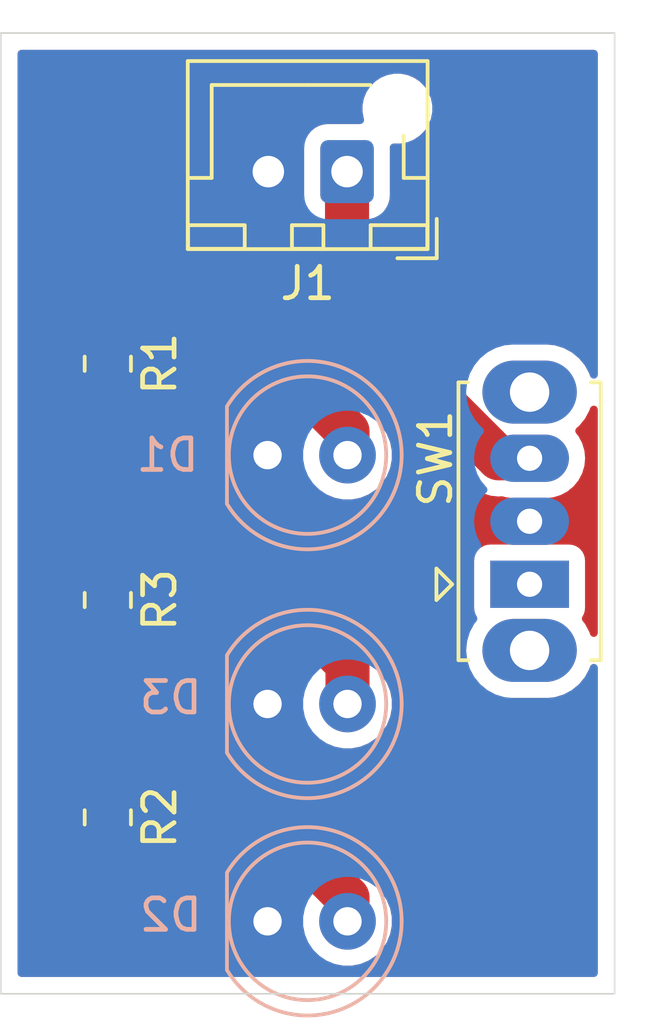
<source format=kicad_pcb>
(kicad_pcb (version 20171130) (host pcbnew "(5.1.9)-1")

  (general
    (thickness 1.6)
    (drawings 4)
    (tracks 12)
    (zones 0)
    (modules 8)
    (nets 8)
  )

  (page A4)
  (layers
    (0 F.Cu signal)
    (31 B.Cu signal)
    (32 B.Adhes user)
    (33 F.Adhes user)
    (34 B.Paste user)
    (35 F.Paste user)
    (36 B.SilkS user)
    (37 F.SilkS user)
    (38 B.Mask user)
    (39 F.Mask user)
    (40 Dwgs.User user)
    (41 Cmts.User user)
    (42 Eco1.User user)
    (43 Eco2.User user)
    (44 Edge.Cuts user)
    (45 Margin user)
    (46 B.CrtYd user)
    (47 F.CrtYd user)
    (48 B.Fab user)
    (49 F.Fab user)
  )

  (setup
    (last_trace_width 1.4)
    (user_trace_width 0.2)
    (user_trace_width 0.3)
    (user_trace_width 0.4)
    (user_trace_width 0.6)
    (user_trace_width 0.8)
    (user_trace_width 1)
    (user_trace_width 1.2)
    (user_trace_width 1.4)
    (user_trace_width 1.6)
    (trace_clearance 0.127)
    (zone_clearance 0.508)
    (zone_45_only no)
    (trace_min 0.2)
    (via_size 0.4)
    (via_drill 0.2)
    (via_min_size 0.4)
    (via_min_drill 0.2)
    (user_via 0.4 0.2)
    (user_via 0.6 0.3)
    (user_via 0.8 0.4)
    (uvia_size 0.3)
    (uvia_drill 0.1)
    (uvias_allowed no)
    (uvia_min_size 0.2)
    (uvia_min_drill 0.1)
    (edge_width 0.05)
    (segment_width 0.2)
    (pcb_text_width 0.3)
    (pcb_text_size 1.5 1.5)
    (mod_edge_width 0.12)
    (mod_text_size 1 1)
    (mod_text_width 0.15)
    (pad_size 1.524 1.524)
    (pad_drill 0.762)
    (pad_to_mask_clearance 0)
    (aux_axis_origin 0 0)
    (visible_elements FFFFFF7F)
    (pcbplotparams
      (layerselection 0x010fc_ffffffff)
      (usegerberextensions false)
      (usegerberattributes true)
      (usegerberadvancedattributes true)
      (creategerberjobfile true)
      (excludeedgelayer true)
      (linewidth 0.100000)
      (plotframeref false)
      (viasonmask false)
      (mode 1)
      (useauxorigin false)
      (hpglpennumber 1)
      (hpglpenspeed 20)
      (hpglpendiameter 15.000000)
      (psnegative false)
      (psa4output false)
      (plotreference true)
      (plotvalue true)
      (plotinvisibletext false)
      (padsonsilk false)
      (subtractmaskfromsilk false)
      (outputformat 1)
      (mirror false)
      (drillshape 0)
      (scaleselection 1)
      (outputdirectory "Gerber/"))
  )

  (net 0 "")
  (net 1 "Net-(D1-Pad2)")
  (net 2 "Net-(D1-Pad1)")
  (net 3 "Net-(D2-Pad2)")
  (net 4 "Net-(D3-Pad2)")
  (net 5 "Net-(R1-Pad1)")
  (net 6 "Net-(SW1-Pad1)")
  (net 7 "Net-(J1-Pad1)")

  (net_class Default "This is the default net class."
    (clearance 0.127)
    (trace_width 0.25)
    (via_dia 0.4)
    (via_drill 0.2)
    (uvia_dia 0.3)
    (uvia_drill 0.1)
    (add_net "Net-(D1-Pad1)")
    (add_net "Net-(D1-Pad2)")
    (add_net "Net-(D2-Pad2)")
    (add_net "Net-(D3-Pad2)")
    (add_net "Net-(J1-Pad1)")
    (add_net "Net-(R1-Pad1)")
    (add_net "Net-(SW1-Pad1)")
  )

  (module 1_resouce:SW_Slide_1P2T_CK_OS102011MS2Q (layer F.Cu) (tedit 621CF7AD) (tstamp 621D0A78)
    (at 186.8 97.5 90)
    (descr "CuK miniature slide switch, OS series, SPDT, https://www.ckswitches.com/media/1428/os.pdf")
    (tags "switch SPDT")
    (path /621D008E)
    (fp_text reference SW1 (at 3.99 -2.99 90) (layer F.SilkS)
      (effects (font (size 1 1) (thickness 0.15)))
    )
    (fp_text value SW_SPDT (at 2 3 90) (layer F.Fab)
      (effects (font (size 1 1) (thickness 0.15)))
    )
    (fp_text user %R (at 3.99 -2.99 90) (layer F.Fab)
      (effects (font (size 1 1) (thickness 0.15)))
    )
    (fp_line (start 0.5 -2.96) (end -0.5 -2.96) (layer F.SilkS) (width 0.12))
    (fp_line (start 0 -2.46) (end 0.5 -2.96) (layer F.SilkS) (width 0.12))
    (fp_line (start -0.5 -2.96) (end 0 -2.46) (layer F.SilkS) (width 0.12))
    (fp_line (start 0 -1.65) (end 0.5 -2.15) (layer F.Fab) (width 0.1))
    (fp_line (start -0.5 -2.15) (end 0 -1.65) (layer F.Fab) (width 0.1))
    (fp_line (start -3.45 2.4) (end -3.45 -2.4) (layer B.CrtYd) (width 0.05))
    (fp_line (start 7.45 2.4) (end -3.45 2.4) (layer B.CrtYd) (width 0.05))
    (fp_line (start 7.45 -2.4) (end 7.45 2.4) (layer B.CrtYd) (width 0.05))
    (fp_line (start -3.45 -2.4) (end 7.45 -2.4) (layer B.CrtYd) (width 0.05))
    (fp_line (start 6.41 2.26) (end 6.41 1.95) (layer F.SilkS) (width 0.12))
    (fp_line (start -2.41 2.26) (end -2.41 1.95) (layer F.SilkS) (width 0.12))
    (fp_line (start -2.41 -1.95) (end -2.41 -2.26) (layer F.SilkS) (width 0.12))
    (fp_line (start 6.41 2.26) (end -2.41 2.26) (layer F.SilkS) (width 0.12))
    (fp_line (start 6.41 -2.26) (end 6.41 -1.95) (layer F.SilkS) (width 0.12))
    (fp_line (start -2.41 -2.26) (end 6.41 -2.26) (layer F.SilkS) (width 0.12))
    (fp_line (start -2.3 -2.15) (end -0.5 -2.15) (layer F.Fab) (width 0.1))
    (fp_line (start 2 -1) (end 2 1) (layer F.Fab) (width 0.1))
    (fp_line (start 1.34 -1) (end 1.34 1) (layer F.Fab) (width 0.1))
    (fp_line (start 0.66 -1) (end 0.66 1) (layer F.Fab) (width 0.1))
    (fp_line (start 0 -1) (end 0 1) (layer F.Fab) (width 0.1))
    (fp_line (start 0 1) (end 4 1) (layer F.Fab) (width 0.1))
    (fp_line (start 4 -1) (end 4 1) (layer F.Fab) (width 0.1))
    (fp_line (start 0 -1) (end 4 -1) (layer F.Fab) (width 0.1))
    (fp_line (start -2.3 2.15) (end -2.3 -2.15) (layer F.Fab) (width 0.1))
    (fp_line (start 6.3 2.15) (end -2.3 2.15) (layer F.Fab) (width 0.1))
    (fp_line (start 6.3 -2.15) (end 6.3 2.15) (layer F.Fab) (width 0.1))
    (fp_line (start 0.5 -2.15) (end 6.3 -2.15) (layer F.Fab) (width 0.1))
    (pad "" thru_hole oval (at 6.1 0 90) (size 2 3) (drill 1.25) (layers *.Cu *.Mask))
    (pad "" thru_hole oval (at -2.1 0 90) (size 2 3) (drill 1.25) (layers *.Cu *.Mask))
    (pad 3 thru_hole oval (at 4 0 90) (size 1.5 2.5) (drill 0.8) (layers *.Cu *.Mask)
      (net 7 "Net-(J1-Pad1)"))
    (pad 2 thru_hole oval (at 2 0 90) (size 1.5 2.5) (drill 0.8) (layers *.Cu *.Mask)
      (net 5 "Net-(R1-Pad1)"))
    (pad 1 thru_hole rect (at 0 0 90) (size 1.5 2.5) (drill 0.8) (layers *.Cu *.Mask)
      (net 6 "Net-(SW1-Pad1)"))
    (model ${KISYS3DMOD}/Button_Switch_THT.3dshapes/SW_Slide_1P2T_CK_OS102011MS2Q.wrl
      (at (xyz 0 0 0))
      (scale (xyz 1 1 1))
      (rotate (xyz 0 0 0))
    )
  )

  (module Resistor_SMD:R_0805_2012Metric (layer F.Cu) (tedit 5F68FEEE) (tstamp 621D0A53)
    (at 173.4 98 270)
    (descr "Resistor SMD 0805 (2012 Metric), square (rectangular) end terminal, IPC_7351 nominal, (Body size source: IPC-SM-782 page 72, https://www.pcb-3d.com/wordpress/wp-content/uploads/ipc-sm-782a_amendment_1_and_2.pdf), generated with kicad-footprint-generator")
    (tags resistor)
    (path /621D262F)
    (attr smd)
    (fp_text reference R3 (at 0 -1.65 90) (layer F.SilkS)
      (effects (font (size 1 1) (thickness 0.15)))
    )
    (fp_text value R (at 0 1.65 90) (layer F.Fab)
      (effects (font (size 1 1) (thickness 0.15)))
    )
    (fp_text user %R (at 0 0 90) (layer F.Fab)
      (effects (font (size 0.5 0.5) (thickness 0.08)))
    )
    (fp_line (start -1 0.625) (end -1 -0.625) (layer F.Fab) (width 0.1))
    (fp_line (start -1 -0.625) (end 1 -0.625) (layer F.Fab) (width 0.1))
    (fp_line (start 1 -0.625) (end 1 0.625) (layer F.Fab) (width 0.1))
    (fp_line (start 1 0.625) (end -1 0.625) (layer F.Fab) (width 0.1))
    (fp_line (start -0.227064 -0.735) (end 0.227064 -0.735) (layer F.SilkS) (width 0.12))
    (fp_line (start -0.227064 0.735) (end 0.227064 0.735) (layer F.SilkS) (width 0.12))
    (fp_line (start -1.68 0.95) (end -1.68 -0.95) (layer F.CrtYd) (width 0.05))
    (fp_line (start -1.68 -0.95) (end 1.68 -0.95) (layer F.CrtYd) (width 0.05))
    (fp_line (start 1.68 -0.95) (end 1.68 0.95) (layer F.CrtYd) (width 0.05))
    (fp_line (start 1.68 0.95) (end -1.68 0.95) (layer F.CrtYd) (width 0.05))
    (pad 2 smd roundrect (at 0.9125 0 270) (size 1.025 1.4) (layers F.Cu F.Paste F.Mask) (roundrect_rratio 0.2439014634146341)
      (net 4 "Net-(D3-Pad2)"))
    (pad 1 smd roundrect (at -0.9125 0 270) (size 1.025 1.4) (layers F.Cu F.Paste F.Mask) (roundrect_rratio 0.2439014634146341)
      (net 5 "Net-(R1-Pad1)"))
    (model ${KISYS3DMOD}/Resistor_SMD.3dshapes/R_0805_2012Metric.wrl
      (at (xyz 0 0 0))
      (scale (xyz 1 1 1))
      (rotate (xyz 0 0 0))
    )
  )

  (module Resistor_SMD:R_0805_2012Metric (layer F.Cu) (tedit 5F68FEEE) (tstamp 621D0A42)
    (at 173.4 104.9 270)
    (descr "Resistor SMD 0805 (2012 Metric), square (rectangular) end terminal, IPC_7351 nominal, (Body size source: IPC-SM-782 page 72, https://www.pcb-3d.com/wordpress/wp-content/uploads/ipc-sm-782a_amendment_1_and_2.pdf), generated with kicad-footprint-generator")
    (tags resistor)
    (path /621D2340)
    (attr smd)
    (fp_text reference R2 (at 0 -1.65 90) (layer F.SilkS)
      (effects (font (size 1 1) (thickness 0.15)))
    )
    (fp_text value R (at 0 1.65 90) (layer F.Fab)
      (effects (font (size 1 1) (thickness 0.15)))
    )
    (fp_text user %R (at 0 0 90) (layer F.Fab)
      (effects (font (size 0.5 0.5) (thickness 0.08)))
    )
    (fp_line (start -1 0.625) (end -1 -0.625) (layer F.Fab) (width 0.1))
    (fp_line (start -1 -0.625) (end 1 -0.625) (layer F.Fab) (width 0.1))
    (fp_line (start 1 -0.625) (end 1 0.625) (layer F.Fab) (width 0.1))
    (fp_line (start 1 0.625) (end -1 0.625) (layer F.Fab) (width 0.1))
    (fp_line (start -0.227064 -0.735) (end 0.227064 -0.735) (layer F.SilkS) (width 0.12))
    (fp_line (start -0.227064 0.735) (end 0.227064 0.735) (layer F.SilkS) (width 0.12))
    (fp_line (start -1.68 0.95) (end -1.68 -0.95) (layer F.CrtYd) (width 0.05))
    (fp_line (start -1.68 -0.95) (end 1.68 -0.95) (layer F.CrtYd) (width 0.05))
    (fp_line (start 1.68 -0.95) (end 1.68 0.95) (layer F.CrtYd) (width 0.05))
    (fp_line (start 1.68 0.95) (end -1.68 0.95) (layer F.CrtYd) (width 0.05))
    (pad 2 smd roundrect (at 0.9125 0 270) (size 1.025 1.4) (layers F.Cu F.Paste F.Mask) (roundrect_rratio 0.2439014634146341)
      (net 3 "Net-(D2-Pad2)"))
    (pad 1 smd roundrect (at -0.9125 0 270) (size 1.025 1.4) (layers F.Cu F.Paste F.Mask) (roundrect_rratio 0.2439014634146341)
      (net 5 "Net-(R1-Pad1)"))
    (model ${KISYS3DMOD}/Resistor_SMD.3dshapes/R_0805_2012Metric.wrl
      (at (xyz 0 0 0))
      (scale (xyz 1 1 1))
      (rotate (xyz 0 0 0))
    )
  )

  (module Resistor_SMD:R_0805_2012Metric (layer F.Cu) (tedit 5F68FEEE) (tstamp 621D0A31)
    (at 173.4 90.5 270)
    (descr "Resistor SMD 0805 (2012 Metric), square (rectangular) end terminal, IPC_7351 nominal, (Body size source: IPC-SM-782 page 72, https://www.pcb-3d.com/wordpress/wp-content/uploads/ipc-sm-782a_amendment_1_and_2.pdf), generated with kicad-footprint-generator")
    (tags resistor)
    (path /621D18AD)
    (attr smd)
    (fp_text reference R1 (at 0 -1.65 90) (layer F.SilkS)
      (effects (font (size 1 1) (thickness 0.15)))
    )
    (fp_text value R (at 0 1.65 90) (layer F.Fab)
      (effects (font (size 1 1) (thickness 0.15)))
    )
    (fp_text user %R (at 0 0 90) (layer F.Fab)
      (effects (font (size 0.5 0.5) (thickness 0.08)))
    )
    (fp_line (start -1 0.625) (end -1 -0.625) (layer F.Fab) (width 0.1))
    (fp_line (start -1 -0.625) (end 1 -0.625) (layer F.Fab) (width 0.1))
    (fp_line (start 1 -0.625) (end 1 0.625) (layer F.Fab) (width 0.1))
    (fp_line (start 1 0.625) (end -1 0.625) (layer F.Fab) (width 0.1))
    (fp_line (start -0.227064 -0.735) (end 0.227064 -0.735) (layer F.SilkS) (width 0.12))
    (fp_line (start -0.227064 0.735) (end 0.227064 0.735) (layer F.SilkS) (width 0.12))
    (fp_line (start -1.68 0.95) (end -1.68 -0.95) (layer F.CrtYd) (width 0.05))
    (fp_line (start -1.68 -0.95) (end 1.68 -0.95) (layer F.CrtYd) (width 0.05))
    (fp_line (start 1.68 -0.95) (end 1.68 0.95) (layer F.CrtYd) (width 0.05))
    (fp_line (start 1.68 0.95) (end -1.68 0.95) (layer F.CrtYd) (width 0.05))
    (pad 2 smd roundrect (at 0.9125 0 270) (size 1.025 1.4) (layers F.Cu F.Paste F.Mask) (roundrect_rratio 0.2439014634146341)
      (net 1 "Net-(D1-Pad2)"))
    (pad 1 smd roundrect (at -0.9125 0 270) (size 1.025 1.4) (layers F.Cu F.Paste F.Mask) (roundrect_rratio 0.2439014634146341)
      (net 5 "Net-(R1-Pad1)"))
    (model ${KISYS3DMOD}/Resistor_SMD.3dshapes/R_0805_2012Metric.wrl
      (at (xyz 0 0 0))
      (scale (xyz 1 1 1))
      (rotate (xyz 0 0 0))
    )
  )

  (module Connector_JST:JST_XH_B2B-XH-AM_1x02_P2.50mm_Vertical (layer F.Cu) (tedit 5C28146E) (tstamp 621D6594)
    (at 181 84.4 180)
    (descr "JST XH series connector, B2B-XH-AM, with boss (http://www.jst-mfg.com/product/pdf/eng/eXH.pdf), generated with kicad-footprint-generator")
    (tags "connector JST XH vertical boss")
    (path /621CF169)
    (fp_text reference J1 (at 1.25 -3.55) (layer F.SilkS)
      (effects (font (size 1 1) (thickness 0.15)))
    )
    (fp_text value Conn_01x02 (at 1.25 4.6) (layer F.Fab)
      (effects (font (size 1 1) (thickness 0.15)))
    )
    (fp_text user %R (at 1.25 2.7) (layer F.Fab)
      (effects (font (size 1 1) (thickness 0.15)))
    )
    (fp_line (start -2.45 -2.35) (end -2.45 3.4) (layer F.Fab) (width 0.1))
    (fp_line (start -2.45 3.4) (end 4.95 3.4) (layer F.Fab) (width 0.1))
    (fp_line (start 4.95 3.4) (end 4.95 -2.35) (layer F.Fab) (width 0.1))
    (fp_line (start 4.95 -2.35) (end -2.45 -2.35) (layer F.Fab) (width 0.1))
    (fp_line (start -2.56 -2.46) (end -2.56 3.51) (layer F.SilkS) (width 0.12))
    (fp_line (start -2.56 3.51) (end 5.06 3.51) (layer F.SilkS) (width 0.12))
    (fp_line (start 5.06 3.51) (end 5.06 -2.46) (layer F.SilkS) (width 0.12))
    (fp_line (start 5.06 -2.46) (end -2.56 -2.46) (layer F.SilkS) (width 0.12))
    (fp_line (start -2.95 -2.85) (end -2.95 3.9) (layer F.CrtYd) (width 0.05))
    (fp_line (start -2.95 3.9) (end 5.45 3.9) (layer F.CrtYd) (width 0.05))
    (fp_line (start 5.45 3.9) (end 5.45 -2.85) (layer F.CrtYd) (width 0.05))
    (fp_line (start 5.45 -2.85) (end -2.95 -2.85) (layer F.CrtYd) (width 0.05))
    (fp_line (start -0.625 -2.35) (end 0 -1.35) (layer F.Fab) (width 0.1))
    (fp_line (start 0 -1.35) (end 0.625 -2.35) (layer F.Fab) (width 0.1))
    (fp_line (start 0.75 -2.45) (end 0.75 -1.7) (layer F.SilkS) (width 0.12))
    (fp_line (start 0.75 -1.7) (end 1.75 -1.7) (layer F.SilkS) (width 0.12))
    (fp_line (start 1.75 -1.7) (end 1.75 -2.45) (layer F.SilkS) (width 0.12))
    (fp_line (start 1.75 -2.45) (end 0.75 -2.45) (layer F.SilkS) (width 0.12))
    (fp_line (start -2.55 -2.45) (end -2.55 -1.7) (layer F.SilkS) (width 0.12))
    (fp_line (start -2.55 -1.7) (end -0.75 -1.7) (layer F.SilkS) (width 0.12))
    (fp_line (start -0.75 -1.7) (end -0.75 -2.45) (layer F.SilkS) (width 0.12))
    (fp_line (start -0.75 -2.45) (end -2.55 -2.45) (layer F.SilkS) (width 0.12))
    (fp_line (start 3.25 -2.45) (end 3.25 -1.7) (layer F.SilkS) (width 0.12))
    (fp_line (start 3.25 -1.7) (end 5.05 -1.7) (layer F.SilkS) (width 0.12))
    (fp_line (start 5.05 -1.7) (end 5.05 -2.45) (layer F.SilkS) (width 0.12))
    (fp_line (start 5.05 -2.45) (end 3.25 -2.45) (layer F.SilkS) (width 0.12))
    (fp_line (start -2.55 -0.2) (end -1.8 -0.2) (layer F.SilkS) (width 0.12))
    (fp_line (start -1.8 -0.2) (end -1.8 1.14) (layer F.SilkS) (width 0.12))
    (fp_line (start 1.25 2.75) (end -0.74 2.75) (layer F.SilkS) (width 0.12))
    (fp_line (start 5.05 -0.2) (end 4.3 -0.2) (layer F.SilkS) (width 0.12))
    (fp_line (start 4.3 -0.2) (end 4.3 2.75) (layer F.SilkS) (width 0.12))
    (fp_line (start 4.3 2.75) (end 1.25 2.75) (layer F.SilkS) (width 0.12))
    (fp_line (start -1.6 -2.75) (end -2.85 -2.75) (layer F.SilkS) (width 0.12))
    (fp_line (start -2.85 -2.75) (end -2.85 -1.5) (layer F.SilkS) (width 0.12))
    (pad "" np_thru_hole circle (at -1.6 2 180) (size 1.2 1.2) (drill 1.2) (layers *.Cu *.Mask))
    (pad 2 thru_hole oval (at 2.5 0 180) (size 1.7 2) (drill 1) (layers *.Cu *.Mask)
      (net 2 "Net-(D1-Pad1)"))
    (pad 1 thru_hole roundrect (at 0 0 180) (size 1.7 2) (drill 1) (layers *.Cu *.Mask) (roundrect_rratio 0.1470588235294118)
      (net 7 "Net-(J1-Pad1)"))
    (model ${KISYS3DMOD}/Connector_JST.3dshapes/JST_XH_B2B-XH-AM_1x02_P2.50mm_Vertical.wrl
      (at (xyz 0 0 0))
      (scale (xyz 1 1 1))
      (rotate (xyz 0 0 0))
    )
  )

  (module LED_THT:LED_D5.0mm (layer B.Cu) (tedit 5995936A) (tstamp 621D6C86)
    (at 178.475 101.3)
    (descr "LED, diameter 5.0mm, 2 pins, http://cdn-reichelt.de/documents/datenblatt/A500/LL-504BC2E-009.pdf")
    (tags "LED diameter 5.0mm 2 pins")
    (path /621D1171)
    (fp_text reference D3 (at -3.075 -0.2) (layer B.SilkS)
      (effects (font (size 1 1) (thickness 0.15)) (justify mirror))
    )
    (fp_text value RED (at 1.27 -3.96) (layer B.Fab)
      (effects (font (size 1 1) (thickness 0.15)) (justify mirror))
    )
    (fp_text user %R (at 1.25 0) (layer B.Fab)
      (effects (font (size 0.8 0.8) (thickness 0.2)) (justify mirror))
    )
    (fp_arc (start 1.27 0) (end -1.29 -1.54483) (angle 148.9) (layer B.SilkS) (width 0.12))
    (fp_arc (start 1.27 0) (end -1.29 1.54483) (angle -148.9) (layer B.SilkS) (width 0.12))
    (fp_arc (start 1.27 0) (end -1.23 1.469694) (angle -299.1) (layer B.Fab) (width 0.1))
    (fp_circle (center 1.27 0) (end 3.77 0) (layer B.Fab) (width 0.1))
    (fp_circle (center 1.27 0) (end 3.77 0) (layer B.SilkS) (width 0.12))
    (fp_line (start -1.23 1.469694) (end -1.23 -1.469694) (layer B.Fab) (width 0.1))
    (fp_line (start -1.29 1.545) (end -1.29 -1.545) (layer B.SilkS) (width 0.12))
    (fp_line (start -1.95 3.25) (end -1.95 -3.25) (layer B.CrtYd) (width 0.05))
    (fp_line (start -1.95 -3.25) (end 4.5 -3.25) (layer B.CrtYd) (width 0.05))
    (fp_line (start 4.5 -3.25) (end 4.5 3.25) (layer B.CrtYd) (width 0.05))
    (fp_line (start 4.5 3.25) (end -1.95 3.25) (layer B.CrtYd) (width 0.05))
    (pad 2 thru_hole circle (at 2.54 0) (size 1.8 1.8) (drill 0.9) (layers *.Cu *.Mask)
      (net 4 "Net-(D3-Pad2)"))
    (pad 1 thru_hole rect (at 0 0) (size 1.8 1.8) (drill 0.9) (layers *.Cu *.Mask)
      (net 2 "Net-(D1-Pad1)"))
    (model ${KISYS3DMOD}/LED_THT.3dshapes/LED_D5.0mm.wrl
      (at (xyz 0 0 0))
      (scale (xyz 1 1 1))
      (rotate (xyz 0 0 0))
    )
  )

  (module LED_THT:LED_D5.0mm (layer B.Cu) (tedit 5995936A) (tstamp 621D09E4)
    (at 178.475 108.2)
    (descr "LED, diameter 5.0mm, 2 pins, http://cdn-reichelt.de/documents/datenblatt/A500/LL-504BC2E-009.pdf")
    (tags "LED diameter 5.0mm 2 pins")
    (path /621D0C72)
    (fp_text reference D2 (at -3.075 -0.2) (layer B.SilkS)
      (effects (font (size 1 1) (thickness 0.15)) (justify mirror))
    )
    (fp_text value RED (at 1.27 -3.96) (layer B.Fab)
      (effects (font (size 1 1) (thickness 0.15)) (justify mirror))
    )
    (fp_text user %R (at 1.25 0) (layer B.Fab)
      (effects (font (size 0.8 0.8) (thickness 0.2)) (justify mirror))
    )
    (fp_arc (start 1.27 0) (end -1.29 -1.54483) (angle 148.9) (layer B.SilkS) (width 0.12))
    (fp_arc (start 1.27 0) (end -1.29 1.54483) (angle -148.9) (layer B.SilkS) (width 0.12))
    (fp_arc (start 1.27 0) (end -1.23 1.469694) (angle -299.1) (layer B.Fab) (width 0.1))
    (fp_circle (center 1.27 0) (end 3.77 0) (layer B.Fab) (width 0.1))
    (fp_circle (center 1.27 0) (end 3.77 0) (layer B.SilkS) (width 0.12))
    (fp_line (start -1.23 1.469694) (end -1.23 -1.469694) (layer B.Fab) (width 0.1))
    (fp_line (start -1.29 1.545) (end -1.29 -1.545) (layer B.SilkS) (width 0.12))
    (fp_line (start -1.95 3.25) (end -1.95 -3.25) (layer B.CrtYd) (width 0.05))
    (fp_line (start -1.95 -3.25) (end 4.5 -3.25) (layer B.CrtYd) (width 0.05))
    (fp_line (start 4.5 -3.25) (end 4.5 3.25) (layer B.CrtYd) (width 0.05))
    (fp_line (start 4.5 3.25) (end -1.95 3.25) (layer B.CrtYd) (width 0.05))
    (pad 2 thru_hole circle (at 2.54 0) (size 1.8 1.8) (drill 0.9) (layers *.Cu *.Mask)
      (net 3 "Net-(D2-Pad2)"))
    (pad 1 thru_hole rect (at 0 0) (size 1.8 1.8) (drill 0.9) (layers *.Cu *.Mask)
      (net 2 "Net-(D1-Pad1)"))
    (model ${KISYS3DMOD}/LED_THT.3dshapes/LED_D5.0mm.wrl
      (at (xyz 0 0 0))
      (scale (xyz 1 1 1))
      (rotate (xyz 0 0 0))
    )
  )

  (module LED_THT:LED_D5.0mm (layer B.Cu) (tedit 5995936A) (tstamp 621D6C53)
    (at 178.475 93.4)
    (descr "LED, diameter 5.0mm, 2 pins, http://cdn-reichelt.de/documents/datenblatt/A500/LL-504BC2E-009.pdf")
    (tags "LED diameter 5.0mm 2 pins")
    (path /621D05C6)
    (fp_text reference D1 (at -3.175 0) (layer B.SilkS)
      (effects (font (size 1 1) (thickness 0.15)) (justify mirror))
    )
    (fp_text value GREEN (at 1.27 -3.96) (layer B.Fab)
      (effects (font (size 1 1) (thickness 0.15)) (justify mirror))
    )
    (fp_text user %R (at 1.25 0) (layer B.Fab)
      (effects (font (size 0.8 0.8) (thickness 0.2)) (justify mirror))
    )
    (fp_arc (start 1.27 0) (end -1.29 -1.54483) (angle 148.9) (layer B.SilkS) (width 0.12))
    (fp_arc (start 1.27 0) (end -1.29 1.54483) (angle -148.9) (layer B.SilkS) (width 0.12))
    (fp_arc (start 1.27 0) (end -1.23 1.469694) (angle -299.1) (layer B.Fab) (width 0.1))
    (fp_circle (center 1.27 0) (end 3.77 0) (layer B.Fab) (width 0.1))
    (fp_circle (center 1.27 0) (end 3.77 0) (layer B.SilkS) (width 0.12))
    (fp_line (start -1.23 1.469694) (end -1.23 -1.469694) (layer B.Fab) (width 0.1))
    (fp_line (start -1.29 1.545) (end -1.29 -1.545) (layer B.SilkS) (width 0.12))
    (fp_line (start -1.95 3.25) (end -1.95 -3.25) (layer B.CrtYd) (width 0.05))
    (fp_line (start -1.95 -3.25) (end 4.5 -3.25) (layer B.CrtYd) (width 0.05))
    (fp_line (start 4.5 -3.25) (end 4.5 3.25) (layer B.CrtYd) (width 0.05))
    (fp_line (start 4.5 3.25) (end -1.95 3.25) (layer B.CrtYd) (width 0.05))
    (pad 2 thru_hole circle (at 2.54 0) (size 1.8 1.8) (drill 0.9) (layers *.Cu *.Mask)
      (net 1 "Net-(D1-Pad2)"))
    (pad 1 thru_hole rect (at 0 0) (size 1.8 1.8) (drill 0.9) (layers *.Cu *.Mask)
      (net 2 "Net-(D1-Pad1)"))
    (model ${KISYS3DMOD}/LED_THT.3dshapes/LED_D5.0mm.wrl
      (at (xyz 0 0 0))
      (scale (xyz 1 1 1))
      (rotate (xyz 0 0 0))
    )
  )

  (gr_line (start 170 110.5) (end 189.5 110.5) (layer Edge.Cuts) (width 0.05) (tstamp 621D0B49))
  (gr_line (start 189.5 80) (end 189.5 110.5) (layer Edge.Cuts) (width 0.05) (tstamp 621D0B43))
  (gr_line (start 170 80) (end 189.5 80) (layer Edge.Cuts) (width 0.05) (tstamp 621D65E7))
  (gr_line (start 170 80) (end 170 110.5) (layer Edge.Cuts) (width 0.05))

  (segment (start 181.015 92.651398) (end 181.015 93.4) (width 1.4) (layer F.Cu) (net 1))
  (segment (start 179.776102 91.4125) (end 181.015 92.651398) (width 1.4) (layer F.Cu) (net 1))
  (segment (start 173.4 91.4125) (end 179.776102 91.4125) (width 1.4) (layer F.Cu) (net 1))
  (segment (start 181.015 107.451398) (end 181.015 108.2) (width 1.4) (layer F.Cu) (net 3))
  (segment (start 179.376102 105.8125) (end 181.015 107.451398) (width 1.4) (layer F.Cu) (net 3))
  (segment (start 173.4 105.8125) (end 179.376102 105.8125) (width 1.4) (layer F.Cu) (net 3))
  (segment (start 181.015 100.027208) (end 181.015 101.3) (width 1.4) (layer F.Cu) (net 4))
  (segment (start 179.900292 98.9125) (end 181.015 100.027208) (width 1.4) (layer F.Cu) (net 4))
  (segment (start 173.4 98.9125) (end 179.900292 98.9125) (width 1.4) (layer F.Cu) (net 4))
  (segment (start 185.816218 93.5) (end 186.8 93.5) (width 1.4) (layer F.Cu) (net 7))
  (segment (start 181 88.683782) (end 185.816218 93.5) (width 1.4) (layer F.Cu) (net 7))
  (segment (start 181 84.4) (end 181 88.683782) (width 1.4) (layer F.Cu) (net 7))

  (zone (net 5) (net_name "Net-(R1-Pad1)") (layer F.Cu) (tstamp 621D732E) (hatch edge 0.508)
    (connect_pads yes (clearance 0.508))
    (min_thickness 0.254)
    (fill yes (arc_segments 32) (thermal_gap 0.508) (thermal_bridge_width 0.508))
    (polygon
      (pts
        (xy 189.5 110.5) (xy 170 110.5) (xy 170 80) (xy 189.5 80)
      )
    )
    (filled_polygon
      (pts
        (xy 188.84 90.844298) (xy 188.817852 90.771285) (xy 188.666031 90.487248) (xy 188.461714 90.238286) (xy 188.212752 90.033969)
        (xy 187.928715 89.882148) (xy 187.620516 89.788657) (xy 187.380322 89.765) (xy 186.219678 89.765) (xy 185.979484 89.788657)
        (xy 185.671285 89.882148) (xy 185.387248 90.033969) (xy 185.138286 90.238286) (xy 184.933969 90.487248) (xy 184.84949 90.645297)
        (xy 182.335 88.130808) (xy 182.335 85.647535) (xy 182.338405 85.643386) (xy 182.420472 85.48985) (xy 182.471008 85.323254)
        (xy 182.488072 85.15) (xy 182.488072 83.65) (xy 182.486595 83.635) (xy 182.721637 83.635) (xy 182.960236 83.58754)
        (xy 183.184992 83.494443) (xy 183.387267 83.359287) (xy 183.559287 83.187267) (xy 183.694443 82.984992) (xy 183.78754 82.760236)
        (xy 183.835 82.521637) (xy 183.835 82.278363) (xy 183.78754 82.039764) (xy 183.694443 81.815008) (xy 183.559287 81.612733)
        (xy 183.387267 81.440713) (xy 183.184992 81.305557) (xy 182.960236 81.21246) (xy 182.721637 81.165) (xy 182.478363 81.165)
        (xy 182.239764 81.21246) (xy 182.015008 81.305557) (xy 181.812733 81.440713) (xy 181.640713 81.612733) (xy 181.505557 81.815008)
        (xy 181.41246 82.039764) (xy 181.365 82.278363) (xy 181.365 82.521637) (xy 181.41246 82.760236) (xy 181.413161 82.761928)
        (xy 180.4 82.761928) (xy 180.226746 82.778992) (xy 180.06015 82.829528) (xy 179.906614 82.911595) (xy 179.772038 83.022038)
        (xy 179.661595 83.156614) (xy 179.607223 83.258337) (xy 179.555134 83.194866) (xy 179.329014 83.009294) (xy 179.071034 82.871401)
        (xy 178.791111 82.786487) (xy 178.5 82.757815) (xy 178.20889 82.786487) (xy 177.928967 82.871401) (xy 177.670987 83.009294)
        (xy 177.444866 83.194866) (xy 177.259294 83.420986) (xy 177.121401 83.678966) (xy 177.036487 83.958889) (xy 177.015 84.17705)
        (xy 177.015 84.622949) (xy 177.036487 84.84111) (xy 177.121401 85.121033) (xy 177.259294 85.379013) (xy 177.444866 85.605134)
        (xy 177.670986 85.790706) (xy 177.928966 85.928599) (xy 178.208889 86.013513) (xy 178.5 86.042185) (xy 178.79111 86.013513)
        (xy 179.071033 85.928599) (xy 179.329013 85.790706) (xy 179.555134 85.605134) (xy 179.607223 85.541663) (xy 179.661595 85.643386)
        (xy 179.665 85.647535) (xy 179.665001 88.618194) (xy 179.658541 88.683782) (xy 179.684317 88.945487) (xy 179.760654 89.197136)
        (xy 179.884619 89.429057) (xy 180.051446 89.632337) (xy 180.102387 89.674143) (xy 184.825861 94.397619) (xy 184.867663 94.448555)
        (xy 185.070943 94.615382) (xy 185.302864 94.739347) (xy 185.455882 94.785764) (xy 185.554512 94.815683) (xy 185.816218 94.841459)
        (xy 185.881797 94.835) (xy 185.929728 94.835) (xy 186.028493 94.86496) (xy 186.231963 94.885) (xy 187.368037 94.885)
        (xy 187.571507 94.86496) (xy 187.832581 94.785764) (xy 188.073188 94.657157) (xy 188.284081 94.484081) (xy 188.457157 94.273188)
        (xy 188.585764 94.032581) (xy 188.66496 93.771507) (xy 188.691701 93.5) (xy 188.66496 93.228493) (xy 188.585764 92.967419)
        (xy 188.457157 92.726812) (xy 188.378028 92.630393) (xy 188.461714 92.561714) (xy 188.666031 92.312752) (xy 188.817852 92.028715)
        (xy 188.84 91.955701) (xy 188.840001 99.044299) (xy 188.817852 98.971285) (xy 188.666031 98.687248) (xy 188.587471 98.591522)
        (xy 188.639502 98.49418) (xy 188.675812 98.374482) (xy 188.688072 98.25) (xy 188.688072 96.75) (xy 188.675812 96.625518)
        (xy 188.639502 96.50582) (xy 188.580537 96.395506) (xy 188.501185 96.298815) (xy 188.404494 96.219463) (xy 188.29418 96.160498)
        (xy 188.174482 96.124188) (xy 188.05 96.111928) (xy 185.55 96.111928) (xy 185.425518 96.124188) (xy 185.30582 96.160498)
        (xy 185.195506 96.219463) (xy 185.098815 96.298815) (xy 185.019463 96.395506) (xy 184.960498 96.50582) (xy 184.924188 96.625518)
        (xy 184.911928 96.75) (xy 184.911928 98.25) (xy 184.924188 98.374482) (xy 184.960498 98.49418) (xy 185.012529 98.591522)
        (xy 184.933969 98.687248) (xy 184.782148 98.971285) (xy 184.688657 99.279484) (xy 184.657089 99.6) (xy 184.688657 99.920516)
        (xy 184.782148 100.228715) (xy 184.933969 100.512752) (xy 185.138286 100.761714) (xy 185.387248 100.966031) (xy 185.671285 101.117852)
        (xy 185.979484 101.211343) (xy 186.219678 101.235) (xy 187.380322 101.235) (xy 187.620516 101.211343) (xy 187.928715 101.117852)
        (xy 188.212752 100.966031) (xy 188.461714 100.761714) (xy 188.666031 100.512752) (xy 188.817852 100.228715) (xy 188.840001 100.155701)
        (xy 188.840001 109.84) (xy 170.66 109.84) (xy 170.66 105.8125) (xy 172.058541 105.8125) (xy 172.061928 105.846889)
        (xy 172.061928 106.075001) (xy 172.078992 106.248255) (xy 172.129528 106.414851) (xy 172.211595 106.568387) (xy 172.322038 106.702962)
        (xy 172.456613 106.813405) (xy 172.610149 106.895472) (xy 172.618214 106.897919) (xy 172.654725 106.927882) (xy 172.886646 107.051847)
        (xy 173.138294 107.128183) (xy 173.334421 107.1475) (xy 176.957687 107.1475) (xy 176.949188 107.175518) (xy 176.936928 107.3)
        (xy 176.936928 109.1) (xy 176.949188 109.224482) (xy 176.985498 109.34418) (xy 177.044463 109.454494) (xy 177.123815 109.551185)
        (xy 177.220506 109.630537) (xy 177.33082 109.689502) (xy 177.450518 109.725812) (xy 177.575 109.738072) (xy 179.375 109.738072)
        (xy 179.499482 109.725812) (xy 179.61918 109.689502) (xy 179.729494 109.630537) (xy 179.826185 109.551185) (xy 179.905537 109.454494)
        (xy 179.964502 109.34418) (xy 179.970056 109.325873) (xy 180.036495 109.392312) (xy 180.287905 109.560299) (xy 180.567257 109.676011)
        (xy 180.863816 109.735) (xy 181.166184 109.735) (xy 181.462743 109.676011) (xy 181.742095 109.560299) (xy 181.993505 109.392312)
        (xy 182.207312 109.178505) (xy 182.375299 108.927095) (xy 182.491011 108.647743) (xy 182.55 108.351184) (xy 182.55 108.048816)
        (xy 182.491011 107.752257) (xy 182.375299 107.472905) (xy 182.355686 107.443553) (xy 182.330683 107.189692) (xy 182.317884 107.1475)
        (xy 182.254347 106.938044) (xy 182.130382 106.706123) (xy 182.094112 106.661928) (xy 182.005359 106.553781) (xy 182.005357 106.553779)
        (xy 181.963555 106.502843) (xy 181.91262 106.461042) (xy 180.366467 104.914891) (xy 180.324657 104.863945) (xy 180.121377 104.697118)
        (xy 179.889456 104.573153) (xy 179.637808 104.496817) (xy 179.441681 104.4775) (xy 179.376102 104.471041) (xy 179.310523 104.4775)
        (xy 173.334421 104.4775) (xy 173.138294 104.496817) (xy 172.886646 104.573153) (xy 172.654725 104.697118) (xy 172.618214 104.727081)
        (xy 172.610149 104.729528) (xy 172.456613 104.811595) (xy 172.322038 104.922038) (xy 172.211595 105.056613) (xy 172.129528 105.210149)
        (xy 172.078992 105.376745) (xy 172.061928 105.549999) (xy 172.061928 105.778111) (xy 172.058541 105.8125) (xy 170.66 105.8125)
        (xy 170.66 98.9125) (xy 172.058541 98.9125) (xy 172.061928 98.946889) (xy 172.061928 99.175001) (xy 172.078992 99.348255)
        (xy 172.129528 99.514851) (xy 172.211595 99.668387) (xy 172.322038 99.802962) (xy 172.456613 99.913405) (xy 172.610149 99.995472)
        (xy 172.618214 99.997919) (xy 172.654725 100.027882) (xy 172.886646 100.151847) (xy 173.138294 100.228183) (xy 173.334421 100.2475)
        (xy 176.957687 100.2475) (xy 176.949188 100.275518) (xy 176.936928 100.4) (xy 176.936928 102.2) (xy 176.949188 102.324482)
        (xy 176.985498 102.44418) (xy 177.044463 102.554494) (xy 177.123815 102.651185) (xy 177.220506 102.730537) (xy 177.33082 102.789502)
        (xy 177.450518 102.825812) (xy 177.575 102.838072) (xy 179.375 102.838072) (xy 179.499482 102.825812) (xy 179.61918 102.789502)
        (xy 179.729494 102.730537) (xy 179.826185 102.651185) (xy 179.905537 102.554494) (xy 179.964502 102.44418) (xy 179.970056 102.425873)
        (xy 180.036495 102.492312) (xy 180.287905 102.660299) (xy 180.567257 102.776011) (xy 180.863816 102.835) (xy 181.166184 102.835)
        (xy 181.462743 102.776011) (xy 181.742095 102.660299) (xy 181.993505 102.492312) (xy 182.207312 102.278505) (xy 182.375299 102.027095)
        (xy 182.491011 101.747743) (xy 182.55 101.451184) (xy 182.55 101.148816) (xy 182.491011 100.852257) (xy 182.375299 100.572905)
        (xy 182.35 100.535042) (xy 182.35 100.092786) (xy 182.356459 100.027207) (xy 182.330683 99.765502) (xy 182.329599 99.761928)
        (xy 182.254347 99.513854) (xy 182.130382 99.281933) (xy 181.963555 99.078653) (xy 181.912614 99.036848) (xy 180.890658 98.014891)
        (xy 180.848847 97.963945) (xy 180.645567 97.797118) (xy 180.413646 97.673153) (xy 180.161998 97.596817) (xy 179.965871 97.5775)
        (xy 179.900292 97.571041) (xy 179.834713 97.5775) (xy 173.334421 97.5775) (xy 173.138294 97.596817) (xy 172.886646 97.673153)
        (xy 172.654725 97.797118) (xy 172.618214 97.827081) (xy 172.610149 97.829528) (xy 172.456613 97.911595) (xy 172.322038 98.022038)
        (xy 172.211595 98.156613) (xy 172.129528 98.310149) (xy 172.078992 98.476745) (xy 172.061928 98.649999) (xy 172.061928 98.878111)
        (xy 172.058541 98.9125) (xy 170.66 98.9125) (xy 170.66 91.4125) (xy 172.058541 91.4125) (xy 172.061928 91.446889)
        (xy 172.061928 91.675001) (xy 172.078992 91.848255) (xy 172.129528 92.014851) (xy 172.211595 92.168387) (xy 172.322038 92.302962)
        (xy 172.456613 92.413405) (xy 172.610149 92.495472) (xy 172.618214 92.497919) (xy 172.654725 92.527882) (xy 172.886646 92.651847)
        (xy 173.138294 92.728183) (xy 173.334421 92.7475) (xy 176.936928 92.7475) (xy 176.936928 94.3) (xy 176.949188 94.424482)
        (xy 176.985498 94.54418) (xy 177.044463 94.654494) (xy 177.123815 94.751185) (xy 177.220506 94.830537) (xy 177.33082 94.889502)
        (xy 177.450518 94.925812) (xy 177.575 94.938072) (xy 179.375 94.938072) (xy 179.499482 94.925812) (xy 179.61918 94.889502)
        (xy 179.729494 94.830537) (xy 179.826185 94.751185) (xy 179.905537 94.654494) (xy 179.964502 94.54418) (xy 179.970056 94.525873)
        (xy 180.036495 94.592312) (xy 180.287905 94.760299) (xy 180.567257 94.876011) (xy 180.863816 94.935) (xy 181.166184 94.935)
        (xy 181.462743 94.876011) (xy 181.742095 94.760299) (xy 181.993505 94.592312) (xy 182.207312 94.378505) (xy 182.375299 94.127095)
        (xy 182.491011 93.847743) (xy 182.55 93.551184) (xy 182.55 93.248816) (xy 182.491011 92.952257) (xy 182.375299 92.672905)
        (xy 182.355686 92.643553) (xy 182.35 92.585819) (xy 182.330683 92.389692) (xy 182.254347 92.138044) (xy 182.130382 91.906123)
        (xy 181.963555 91.702843) (xy 181.912614 91.661038) (xy 180.766468 90.514891) (xy 180.724657 90.463945) (xy 180.521377 90.297118)
        (xy 180.289456 90.173153) (xy 180.037808 90.096817) (xy 179.841681 90.0775) (xy 179.776102 90.071041) (xy 179.710523 90.0775)
        (xy 173.334421 90.0775) (xy 173.138294 90.096817) (xy 172.886646 90.173153) (xy 172.654725 90.297118) (xy 172.618214 90.327081)
        (xy 172.610149 90.329528) (xy 172.456613 90.411595) (xy 172.322038 90.522038) (xy 172.211595 90.656613) (xy 172.129528 90.810149)
        (xy 172.078992 90.976745) (xy 172.061928 91.149999) (xy 172.061928 91.378111) (xy 172.058541 91.4125) (xy 170.66 91.4125)
        (xy 170.66 80.66) (xy 188.84 80.66)
      )
    )
  )
  (zone (net 2) (net_name "Net-(D1-Pad1)") (layer B.Cu) (tstamp 621D732B) (hatch edge 0.508)
    (connect_pads yes (clearance 0.508))
    (min_thickness 0.254)
    (fill yes (arc_segments 32) (thermal_gap 0.508) (thermal_bridge_width 0.508))
    (polygon
      (pts
        (xy 189.5 110.5) (xy 170 110.5) (xy 170 80) (xy 189.5 80)
      )
    )
    (filled_polygon
      (pts
        (xy 188.84 90.844298) (xy 188.817852 90.771285) (xy 188.666031 90.487248) (xy 188.461714 90.238286) (xy 188.212752 90.033969)
        (xy 187.928715 89.882148) (xy 187.620516 89.788657) (xy 187.380322 89.765) (xy 186.219678 89.765) (xy 185.979484 89.788657)
        (xy 185.671285 89.882148) (xy 185.387248 90.033969) (xy 185.138286 90.238286) (xy 184.933969 90.487248) (xy 184.782148 90.771285)
        (xy 184.688657 91.079484) (xy 184.657089 91.4) (xy 184.688657 91.720516) (xy 184.782148 92.028715) (xy 184.933969 92.312752)
        (xy 185.138286 92.561714) (xy 185.221972 92.630393) (xy 185.142843 92.726812) (xy 185.014236 92.967419) (xy 184.93504 93.228493)
        (xy 184.908299 93.5) (xy 184.93504 93.771507) (xy 185.014236 94.032581) (xy 185.142843 94.273188) (xy 185.315919 94.484081)
        (xy 185.335316 94.5) (xy 185.315919 94.515919) (xy 185.142843 94.726812) (xy 185.014236 94.967419) (xy 184.93504 95.228493)
        (xy 184.908299 95.5) (xy 184.93504 95.771507) (xy 185.014236 96.032581) (xy 185.13894 96.265886) (xy 185.098815 96.298815)
        (xy 185.019463 96.395506) (xy 184.960498 96.50582) (xy 184.924188 96.625518) (xy 184.911928 96.75) (xy 184.911928 98.25)
        (xy 184.924188 98.374482) (xy 184.960498 98.49418) (xy 185.012529 98.591522) (xy 184.933969 98.687248) (xy 184.782148 98.971285)
        (xy 184.688657 99.279484) (xy 184.657089 99.6) (xy 184.688657 99.920516) (xy 184.782148 100.228715) (xy 184.933969 100.512752)
        (xy 185.138286 100.761714) (xy 185.387248 100.966031) (xy 185.671285 101.117852) (xy 185.979484 101.211343) (xy 186.219678 101.235)
        (xy 187.380322 101.235) (xy 187.620516 101.211343) (xy 187.928715 101.117852) (xy 188.212752 100.966031) (xy 188.461714 100.761714)
        (xy 188.666031 100.512752) (xy 188.817852 100.228715) (xy 188.840001 100.155701) (xy 188.840001 109.84) (xy 170.66 109.84)
        (xy 170.66 108.048816) (xy 179.48 108.048816) (xy 179.48 108.351184) (xy 179.538989 108.647743) (xy 179.654701 108.927095)
        (xy 179.822688 109.178505) (xy 180.036495 109.392312) (xy 180.287905 109.560299) (xy 180.567257 109.676011) (xy 180.863816 109.735)
        (xy 181.166184 109.735) (xy 181.462743 109.676011) (xy 181.742095 109.560299) (xy 181.993505 109.392312) (xy 182.207312 109.178505)
        (xy 182.375299 108.927095) (xy 182.491011 108.647743) (xy 182.55 108.351184) (xy 182.55 108.048816) (xy 182.491011 107.752257)
        (xy 182.375299 107.472905) (xy 182.207312 107.221495) (xy 181.993505 107.007688) (xy 181.742095 106.839701) (xy 181.462743 106.723989)
        (xy 181.166184 106.665) (xy 180.863816 106.665) (xy 180.567257 106.723989) (xy 180.287905 106.839701) (xy 180.036495 107.007688)
        (xy 179.822688 107.221495) (xy 179.654701 107.472905) (xy 179.538989 107.752257) (xy 179.48 108.048816) (xy 170.66 108.048816)
        (xy 170.66 101.148816) (xy 179.48 101.148816) (xy 179.48 101.451184) (xy 179.538989 101.747743) (xy 179.654701 102.027095)
        (xy 179.822688 102.278505) (xy 180.036495 102.492312) (xy 180.287905 102.660299) (xy 180.567257 102.776011) (xy 180.863816 102.835)
        (xy 181.166184 102.835) (xy 181.462743 102.776011) (xy 181.742095 102.660299) (xy 181.993505 102.492312) (xy 182.207312 102.278505)
        (xy 182.375299 102.027095) (xy 182.491011 101.747743) (xy 182.55 101.451184) (xy 182.55 101.148816) (xy 182.491011 100.852257)
        (xy 182.375299 100.572905) (xy 182.207312 100.321495) (xy 181.993505 100.107688) (xy 181.742095 99.939701) (xy 181.462743 99.823989)
        (xy 181.166184 99.765) (xy 180.863816 99.765) (xy 180.567257 99.823989) (xy 180.287905 99.939701) (xy 180.036495 100.107688)
        (xy 179.822688 100.321495) (xy 179.654701 100.572905) (xy 179.538989 100.852257) (xy 179.48 101.148816) (xy 170.66 101.148816)
        (xy 170.66 93.248816) (xy 179.48 93.248816) (xy 179.48 93.551184) (xy 179.538989 93.847743) (xy 179.654701 94.127095)
        (xy 179.822688 94.378505) (xy 180.036495 94.592312) (xy 180.287905 94.760299) (xy 180.567257 94.876011) (xy 180.863816 94.935)
        (xy 181.166184 94.935) (xy 181.462743 94.876011) (xy 181.742095 94.760299) (xy 181.993505 94.592312) (xy 182.207312 94.378505)
        (xy 182.375299 94.127095) (xy 182.491011 93.847743) (xy 182.55 93.551184) (xy 182.55 93.248816) (xy 182.491011 92.952257)
        (xy 182.375299 92.672905) (xy 182.207312 92.421495) (xy 181.993505 92.207688) (xy 181.742095 92.039701) (xy 181.462743 91.923989)
        (xy 181.166184 91.865) (xy 180.863816 91.865) (xy 180.567257 91.923989) (xy 180.287905 92.039701) (xy 180.036495 92.207688)
        (xy 179.822688 92.421495) (xy 179.654701 92.672905) (xy 179.538989 92.952257) (xy 179.48 93.248816) (xy 170.66 93.248816)
        (xy 170.66 83.65) (xy 179.511928 83.65) (xy 179.511928 85.15) (xy 179.528992 85.323254) (xy 179.579528 85.48985)
        (xy 179.661595 85.643386) (xy 179.772038 85.777962) (xy 179.906614 85.888405) (xy 180.06015 85.970472) (xy 180.226746 86.021008)
        (xy 180.4 86.038072) (xy 181.6 86.038072) (xy 181.773254 86.021008) (xy 181.93985 85.970472) (xy 182.093386 85.888405)
        (xy 182.227962 85.777962) (xy 182.338405 85.643386) (xy 182.420472 85.48985) (xy 182.471008 85.323254) (xy 182.488072 85.15)
        (xy 182.488072 83.65) (xy 182.486595 83.635) (xy 182.721637 83.635) (xy 182.960236 83.58754) (xy 183.184992 83.494443)
        (xy 183.387267 83.359287) (xy 183.559287 83.187267) (xy 183.694443 82.984992) (xy 183.78754 82.760236) (xy 183.835 82.521637)
        (xy 183.835 82.278363) (xy 183.78754 82.039764) (xy 183.694443 81.815008) (xy 183.559287 81.612733) (xy 183.387267 81.440713)
        (xy 183.184992 81.305557) (xy 182.960236 81.21246) (xy 182.721637 81.165) (xy 182.478363 81.165) (xy 182.239764 81.21246)
        (xy 182.015008 81.305557) (xy 181.812733 81.440713) (xy 181.640713 81.612733) (xy 181.505557 81.815008) (xy 181.41246 82.039764)
        (xy 181.365 82.278363) (xy 181.365 82.521637) (xy 181.41246 82.760236) (xy 181.413161 82.761928) (xy 180.4 82.761928)
        (xy 180.226746 82.778992) (xy 180.06015 82.829528) (xy 179.906614 82.911595) (xy 179.772038 83.022038) (xy 179.661595 83.156614)
        (xy 179.579528 83.31015) (xy 179.528992 83.476746) (xy 179.511928 83.65) (xy 170.66 83.65) (xy 170.66 80.66)
        (xy 188.84 80.66)
      )
    )
  )
)

</source>
